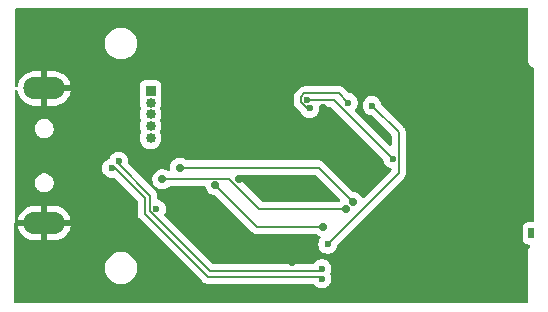
<source format=gbr>
%TF.GenerationSoftware,KiCad,Pcbnew,9.0.7*%
%TF.CreationDate,2026-02-16T22:31:36-05:00*%
%TF.ProjectId,Primis_Versipellis,5072696d-6973-45f5-9665-72736970656c,rev?*%
%TF.SameCoordinates,Original*%
%TF.FileFunction,Copper,L2,Bot*%
%TF.FilePolarity,Positive*%
%FSLAX46Y46*%
G04 Gerber Fmt 4.6, Leading zero omitted, Abs format (unit mm)*
G04 Created by KiCad (PCBNEW 9.0.7) date 2026-02-16 22:31:36*
%MOMM*%
%LPD*%
G01*
G04 APERTURE LIST*
%TA.AperFunction,HeatsinkPad*%
%ADD10O,3.500000X1.900000*%
%TD*%
%TA.AperFunction,ComponentPad*%
%ADD11R,0.850000X0.850000*%
%TD*%
%TA.AperFunction,ComponentPad*%
%ADD12C,0.850000*%
%TD*%
%TA.AperFunction,ComponentPad*%
%ADD13R,0.500000X0.900000*%
%TD*%
%TA.AperFunction,ViaPad*%
%ADD14C,0.700000*%
%TD*%
%TA.AperFunction,ViaPad*%
%ADD15C,0.600000*%
%TD*%
%TA.AperFunction,Conductor*%
%ADD16C,0.200000*%
%TD*%
G04 APERTURE END LIST*
D10*
%TO.P,J2,5,Shield*%
%TO.N,GND*%
X127500000Y-75200000D03*
X127500000Y-63800000D03*
%TD*%
D11*
%TO.P,J3,1,Pin_1*%
%TO.N,VDD_nRF*%
X136500000Y-64000000D03*
D12*
%TO.P,J3,2,Pin_2*%
%TO.N,GND*%
X136500000Y-65000000D03*
%TO.P,J3,3,Pin_3*%
%TO.N,Net-(J3-Pin_3)*%
X136500000Y-66000000D03*
%TO.P,J3,4,Pin_4*%
%TO.N,Net-(J3-Pin_4)*%
X136500000Y-67000000D03*
%TO.P,J3,5,Pin_5*%
%TO.N,Net-(J3-Pin_5)*%
X136500000Y-68000000D03*
%TD*%
D13*
%TO.P,REF\u002A\u002A,2*%
%TO.N,N/C*%
X168750000Y-76050000D03*
%TD*%
D14*
%TO.N,GND*%
X163000000Y-66500000D03*
X153000000Y-78000000D03*
D15*
X165500000Y-75000000D03*
D14*
X148500000Y-62000000D03*
D15*
X163500000Y-72000000D03*
D14*
X138500000Y-65000000D03*
X144000000Y-69500000D03*
D15*
X167750000Y-73000000D03*
D14*
X132500000Y-66000000D03*
X156000000Y-62500000D03*
D15*
X167000000Y-75000000D03*
D14*
X148500000Y-78500000D03*
X156128763Y-71070000D03*
D15*
X158000000Y-72000000D03*
D14*
X129500000Y-61500000D03*
X151070000Y-65500000D03*
D15*
X167750000Y-75000000D03*
X147500000Y-58750000D03*
D14*
X129500000Y-77500000D03*
X144000000Y-62500000D03*
X144000000Y-71500000D03*
X163000000Y-68500000D03*
X152000000Y-58500000D03*
D15*
X167000000Y-73000000D03*
D14*
X159000000Y-60500000D03*
D15*
X165500000Y-73000000D03*
D14*
X163000000Y-70500000D03*
D15*
X166250000Y-75000000D03*
X166250000Y-73000000D03*
%TO.N,VDD_nRF*%
X155250000Y-65250000D03*
X151500000Y-77000000D03*
X153250000Y-65000000D03*
X149980000Y-65500000D03*
%TO.N,DEC4_6*%
X149750000Y-64750000D03*
X157000000Y-69750000D03*
D14*
%TO.N,Net-(J3-Pin_4)*%
X153604674Y-73378286D03*
X139000000Y-70500000D03*
D15*
%TO.N,VBUS*%
X137000000Y-74000000D03*
D14*
%TO.N,Net-(J3-Pin_5)*%
X137500000Y-71500000D03*
X153070000Y-74000000D03*
%TO.N,Net-(J3-Pin_3)*%
X142000000Y-72000000D03*
X151096979Y-75500000D03*
D15*
%TO.N,D+*%
X151000000Y-79075000D03*
X133800521Y-69949479D03*
%TO.N,D-*%
X151000000Y-79925000D03*
X133199479Y-70550521D03*
%TD*%
D16*
%TO.N,VDD_nRF*%
X152479000Y-64229000D02*
X153250000Y-65000000D01*
X157521000Y-70979000D02*
X151500000Y-77000000D01*
X149980000Y-65500000D02*
X149763194Y-65500000D01*
X149229000Y-64965806D02*
X149229000Y-64534194D01*
X155250000Y-65250000D02*
X157521000Y-67521000D01*
X149229000Y-64534194D02*
X149534194Y-64229000D01*
X157521000Y-67521000D02*
X157521000Y-70979000D01*
X149763194Y-65500000D02*
X149229000Y-64965806D01*
X149534194Y-64229000D02*
X152479000Y-64229000D01*
%TO.N,DEC4_6*%
X152000000Y-64750000D02*
X149750000Y-64750000D01*
X157000000Y-69750000D02*
X152000000Y-64750000D01*
%TO.N,Net-(J3-Pin_4)*%
X150726388Y-70500000D02*
X153604674Y-73378286D01*
X139000000Y-70500000D02*
X150726388Y-70500000D01*
%TO.N,VBUS*%
X136929000Y-73929000D02*
X137000000Y-74000000D01*
%TO.N,Net-(J3-Pin_5)*%
X145692484Y-74000000D02*
X153070000Y-74000000D01*
X137571000Y-71429000D02*
X143121484Y-71429000D01*
X137500000Y-71500000D02*
X137571000Y-71429000D01*
X143121484Y-71429000D02*
X145692484Y-74000000D01*
%TO.N,Net-(J3-Pin_3)*%
X142000000Y-72000000D02*
X145500000Y-75500000D01*
X145500000Y-75500000D02*
X151096979Y-75500000D01*
%TO.N,D+*%
X150800001Y-79274999D02*
X151000000Y-79075000D01*
X141538193Y-79274999D02*
X150800001Y-79274999D01*
X136479000Y-74215806D02*
X141538193Y-79274999D01*
X133800521Y-70232322D02*
X136479000Y-72910801D01*
X136479000Y-72910801D02*
X136479000Y-74215806D01*
X133800521Y-69949479D02*
X133800521Y-70232322D01*
%TO.N,D-*%
X150800001Y-79725001D02*
X151000000Y-79925000D01*
X133199479Y-70550521D02*
X133482322Y-70550521D01*
X136029020Y-73097219D02*
X136029020Y-74402194D01*
X136029020Y-74402194D02*
X141351827Y-79725001D01*
X141351827Y-79725001D02*
X150800001Y-79725001D01*
X133482322Y-70550521D02*
X136029020Y-73097219D01*
%TD*%
%TA.AperFunction,Conductor*%
%TO.N,GND*%
G36*
X150493330Y-71120185D02*
G01*
X150513972Y-71136819D01*
X152534733Y-73157580D01*
X152568218Y-73218903D01*
X152563234Y-73288595D01*
X152530916Y-73333837D01*
X152532145Y-73335066D01*
X152504030Y-73363181D01*
X152442707Y-73396666D01*
X152416349Y-73399500D01*
X145992581Y-73399500D01*
X145925542Y-73379815D01*
X145904900Y-73363181D01*
X143853900Y-71312181D01*
X143820415Y-71250858D01*
X143825399Y-71181166D01*
X143867271Y-71125233D01*
X143932735Y-71100816D01*
X143941581Y-71100500D01*
X150426291Y-71100500D01*
X150493330Y-71120185D01*
G37*
%TD.AperFunction*%
%TA.AperFunction,Conductor*%
G36*
X168442539Y-57020185D02*
G01*
X168488294Y-57072989D01*
X168499500Y-57124500D01*
X168499500Y-61565891D01*
X168533608Y-61693187D01*
X168566554Y-61750250D01*
X168599500Y-61807314D01*
X168692686Y-61900500D01*
X168806814Y-61966392D01*
X168908095Y-61993529D01*
X168967753Y-62029892D01*
X168998283Y-62092739D01*
X169000000Y-62113303D01*
X169000000Y-74975500D01*
X168980315Y-75042539D01*
X168927511Y-75088294D01*
X168876000Y-75099500D01*
X168452129Y-75099500D01*
X168452123Y-75099501D01*
X168392516Y-75105908D01*
X168257671Y-75156202D01*
X168257664Y-75156206D01*
X168142455Y-75242452D01*
X168142452Y-75242455D01*
X168056206Y-75357664D01*
X168056202Y-75357671D01*
X168005908Y-75492517D01*
X167999501Y-75552116D01*
X167999500Y-75552135D01*
X167999500Y-76547870D01*
X167999501Y-76547876D01*
X168005908Y-76607483D01*
X168056202Y-76742328D01*
X168056206Y-76742335D01*
X168142452Y-76857544D01*
X168142455Y-76857547D01*
X168257664Y-76943793D01*
X168257671Y-76943797D01*
X168302618Y-76960561D01*
X168392517Y-76994091D01*
X168452127Y-77000500D01*
X168495684Y-77000499D01*
X168562721Y-77020182D01*
X168608477Y-77072985D01*
X168618422Y-77142143D01*
X168603071Y-77186499D01*
X168533609Y-77306810D01*
X168533609Y-77306811D01*
X168533608Y-77306813D01*
X168533608Y-77306814D01*
X168499500Y-77434108D01*
X168499500Y-81875500D01*
X168479815Y-81942539D01*
X168427011Y-81988294D01*
X168375500Y-81999500D01*
X125086424Y-81999500D01*
X125019385Y-81979815D01*
X124973630Y-81927011D01*
X124962425Y-81875118D01*
X124971599Y-78893713D01*
X132649500Y-78893713D01*
X132649500Y-79106286D01*
X132681527Y-79308501D01*
X132682754Y-79316243D01*
X132727572Y-79454179D01*
X132748444Y-79518414D01*
X132844951Y-79707820D01*
X132969890Y-79879786D01*
X133120213Y-80030109D01*
X133292179Y-80155048D01*
X133292181Y-80155049D01*
X133292184Y-80155051D01*
X133481588Y-80251557D01*
X133683757Y-80317246D01*
X133893713Y-80350500D01*
X133893714Y-80350500D01*
X134106286Y-80350500D01*
X134106287Y-80350500D01*
X134316243Y-80317246D01*
X134518412Y-80251557D01*
X134707816Y-80155051D01*
X134798212Y-80089375D01*
X134879786Y-80030109D01*
X134879788Y-80030106D01*
X134879792Y-80030104D01*
X135030104Y-79879792D01*
X135030106Y-79879788D01*
X135030109Y-79879786D01*
X135155048Y-79707820D01*
X135155047Y-79707820D01*
X135155051Y-79707816D01*
X135251557Y-79518412D01*
X135317246Y-79316243D01*
X135350500Y-79106287D01*
X135350500Y-78893713D01*
X135317246Y-78683757D01*
X135251557Y-78481588D01*
X135155051Y-78292184D01*
X135155049Y-78292181D01*
X135155048Y-78292179D01*
X135030109Y-78120213D01*
X134879786Y-77969890D01*
X134707820Y-77844951D01*
X134518414Y-77748444D01*
X134518413Y-77748443D01*
X134518412Y-77748443D01*
X134316243Y-77682754D01*
X134316241Y-77682753D01*
X134316240Y-77682753D01*
X134154957Y-77657208D01*
X134106287Y-77649500D01*
X133893713Y-77649500D01*
X133845042Y-77657208D01*
X133683760Y-77682753D01*
X133481585Y-77748444D01*
X133292179Y-77844951D01*
X133120213Y-77969890D01*
X132969890Y-78120213D01*
X132844951Y-78292179D01*
X132748444Y-78481585D01*
X132682753Y-78683760D01*
X132649500Y-78893713D01*
X124971599Y-78893713D01*
X124971615Y-78888459D01*
X124982310Y-75412555D01*
X124982310Y-75412554D01*
X124983620Y-74986682D01*
X124983620Y-74986681D01*
X124983733Y-74950000D01*
X125271522Y-74950000D01*
X126324722Y-74950000D01*
X126280667Y-75026306D01*
X126250000Y-75140756D01*
X126250000Y-75259244D01*
X126280667Y-75373694D01*
X126324722Y-75450000D01*
X125271522Y-75450000D01*
X125285704Y-75539544D01*
X125356230Y-75756604D01*
X125459849Y-75959966D01*
X125594004Y-76144614D01*
X125755385Y-76305995D01*
X125940033Y-76440150D01*
X126143395Y-76543769D01*
X126360455Y-76614295D01*
X126585884Y-76650000D01*
X127250000Y-76650000D01*
X127250000Y-75650000D01*
X127750000Y-75650000D01*
X127750000Y-76650000D01*
X128414116Y-76650000D01*
X128639544Y-76614295D01*
X128856604Y-76543769D01*
X129059966Y-76440150D01*
X129244614Y-76305995D01*
X129405995Y-76144614D01*
X129540150Y-75959966D01*
X129643769Y-75756604D01*
X129714295Y-75539544D01*
X129728478Y-75450000D01*
X128675278Y-75450000D01*
X128719333Y-75373694D01*
X128750000Y-75259244D01*
X128750000Y-75140756D01*
X128719333Y-75026306D01*
X128675278Y-74950000D01*
X129728478Y-74950000D01*
X129714295Y-74860455D01*
X129643769Y-74643395D01*
X129540150Y-74440033D01*
X129405995Y-74255385D01*
X129244614Y-74094004D01*
X129059966Y-73959849D01*
X128856604Y-73856230D01*
X128639544Y-73785704D01*
X128414116Y-73750000D01*
X127750000Y-73750000D01*
X127750000Y-74750000D01*
X127250000Y-74750000D01*
X127250000Y-73750000D01*
X126585884Y-73750000D01*
X126360455Y-73785704D01*
X126143395Y-73856230D01*
X125940033Y-73959849D01*
X125755385Y-74094004D01*
X125594004Y-74255385D01*
X125459849Y-74440033D01*
X125356230Y-74643395D01*
X125285704Y-74860455D01*
X125271522Y-74950000D01*
X124983733Y-74950000D01*
X124987425Y-73750000D01*
X124993667Y-71721153D01*
X126699500Y-71721153D01*
X126699500Y-71878846D01*
X126730261Y-72033489D01*
X126730264Y-72033501D01*
X126790602Y-72179172D01*
X126790609Y-72179185D01*
X126878210Y-72310288D01*
X126878213Y-72310292D01*
X126989707Y-72421786D01*
X126989711Y-72421789D01*
X127120814Y-72509390D01*
X127120827Y-72509397D01*
X127244125Y-72560468D01*
X127266503Y-72569737D01*
X127421153Y-72600499D01*
X127421156Y-72600500D01*
X127421158Y-72600500D01*
X127578844Y-72600500D01*
X127578845Y-72600499D01*
X127733497Y-72569737D01*
X127879179Y-72509394D01*
X128010289Y-72421789D01*
X128121789Y-72310289D01*
X128209394Y-72179179D01*
X128269737Y-72033497D01*
X128300500Y-71878842D01*
X128300500Y-71721158D01*
X128300500Y-71721155D01*
X128300499Y-71721153D01*
X128299212Y-71714684D01*
X128269737Y-71566503D01*
X128269735Y-71566498D01*
X128209397Y-71420827D01*
X128209390Y-71420814D01*
X128121789Y-71289711D01*
X128121786Y-71289707D01*
X128010292Y-71178213D01*
X128010288Y-71178210D01*
X127879185Y-71090609D01*
X127879172Y-71090602D01*
X127733501Y-71030264D01*
X127733489Y-71030261D01*
X127578845Y-70999500D01*
X127578842Y-70999500D01*
X127421158Y-70999500D01*
X127421155Y-70999500D01*
X127266510Y-71030261D01*
X127266498Y-71030264D01*
X127120827Y-71090602D01*
X127120814Y-71090609D01*
X126989711Y-71178210D01*
X126989707Y-71178213D01*
X126878213Y-71289707D01*
X126878210Y-71289711D01*
X126790609Y-71420814D01*
X126790602Y-71420827D01*
X126730264Y-71566498D01*
X126730261Y-71566510D01*
X126699500Y-71721153D01*
X124993667Y-71721153D01*
X124997512Y-70471674D01*
X132398979Y-70471674D01*
X132398979Y-70629367D01*
X132429740Y-70784010D01*
X132429743Y-70784022D01*
X132490081Y-70929693D01*
X132490088Y-70929706D01*
X132577689Y-71060809D01*
X132577692Y-71060813D01*
X132689186Y-71172307D01*
X132689190Y-71172310D01*
X132820293Y-71259911D01*
X132820306Y-71259918D01*
X132892234Y-71289711D01*
X132965982Y-71320258D01*
X133087442Y-71344418D01*
X133120632Y-71351020D01*
X133120635Y-71351021D01*
X133120637Y-71351021D01*
X133278322Y-71351021D01*
X133317944Y-71343139D01*
X133342819Y-71338191D01*
X133412411Y-71344418D01*
X133454693Y-71372127D01*
X135392201Y-73309635D01*
X135425686Y-73370958D01*
X135428520Y-73397316D01*
X135428520Y-74315524D01*
X135428519Y-74315542D01*
X135428519Y-74481248D01*
X135428518Y-74481248D01*
X135469443Y-74633980D01*
X135473301Y-74640661D01*
X135478978Y-74650493D01*
X135478980Y-74650502D01*
X135478983Y-74650501D01*
X135548499Y-74770908D01*
X135548501Y-74770911D01*
X135667369Y-74889779D01*
X135667375Y-74889784D01*
X140866966Y-80089375D01*
X140866976Y-80089386D01*
X140871306Y-80093716D01*
X140871307Y-80093717D01*
X140983111Y-80205521D01*
X141062846Y-80251555D01*
X141069922Y-80255640D01*
X141069924Y-80255642D01*
X141107978Y-80277612D01*
X141120042Y-80284578D01*
X141272770Y-80325502D01*
X141272773Y-80325502D01*
X141438480Y-80325502D01*
X141438496Y-80325501D01*
X150238574Y-80325501D01*
X150305613Y-80345186D01*
X150341675Y-80380609D01*
X150366042Y-80417076D01*
X150378212Y-80435291D01*
X150489707Y-80546786D01*
X150489711Y-80546789D01*
X150620814Y-80634390D01*
X150620827Y-80634397D01*
X150766498Y-80694735D01*
X150766503Y-80694737D01*
X150921153Y-80725499D01*
X150921156Y-80725500D01*
X150921158Y-80725500D01*
X151078844Y-80725500D01*
X151078845Y-80725499D01*
X151233497Y-80694737D01*
X151379179Y-80634394D01*
X151510289Y-80546789D01*
X151621789Y-80435289D01*
X151709394Y-80304179D01*
X151769737Y-80158497D01*
X151800500Y-80003842D01*
X151800500Y-79846158D01*
X151800500Y-79846155D01*
X151800499Y-79846153D01*
X151769737Y-79691503D01*
X151710070Y-79547452D01*
X151702601Y-79477983D01*
X151710070Y-79452548D01*
X151743005Y-79373033D01*
X151769737Y-79308497D01*
X151800500Y-79153842D01*
X151800500Y-78996158D01*
X151800500Y-78996155D01*
X151800499Y-78996153D01*
X151769738Y-78841510D01*
X151769737Y-78841503D01*
X151769735Y-78841498D01*
X151709397Y-78695827D01*
X151709390Y-78695814D01*
X151621789Y-78564711D01*
X151621786Y-78564707D01*
X151510292Y-78453213D01*
X151510288Y-78453210D01*
X151379185Y-78365609D01*
X151379172Y-78365602D01*
X151233501Y-78305264D01*
X151233489Y-78305261D01*
X151078845Y-78274500D01*
X151078842Y-78274500D01*
X150921158Y-78274500D01*
X150921155Y-78274500D01*
X150766510Y-78305261D01*
X150766498Y-78305264D01*
X150620827Y-78365602D01*
X150620814Y-78365609D01*
X150489711Y-78453210D01*
X150489707Y-78453213D01*
X150378212Y-78564708D01*
X150356339Y-78597443D01*
X150341675Y-78619390D01*
X150288065Y-78664194D01*
X150238574Y-78674499D01*
X141838290Y-78674499D01*
X141771251Y-78654814D01*
X141750609Y-78638180D01*
X137694119Y-74581690D01*
X137660634Y-74520367D01*
X137665618Y-74450675D01*
X137678699Y-74425117D01*
X137709389Y-74379186D01*
X137709394Y-74379179D01*
X137769737Y-74233497D01*
X137800500Y-74078842D01*
X137800500Y-73921158D01*
X137800500Y-73921155D01*
X137800499Y-73921153D01*
X137769738Y-73766510D01*
X137769737Y-73766503D01*
X137762901Y-73750000D01*
X137709397Y-73620827D01*
X137709390Y-73620814D01*
X137621789Y-73489711D01*
X137621786Y-73489707D01*
X137510292Y-73378213D01*
X137510288Y-73378210D01*
X137379185Y-73290609D01*
X137379172Y-73290602D01*
X137233501Y-73230264D01*
X137233492Y-73230261D01*
X137179307Y-73219483D01*
X137117397Y-73187097D01*
X137082823Y-73126381D01*
X137079500Y-73097866D01*
X137079500Y-72831746D01*
X137079500Y-72831744D01*
X137038577Y-72679017D01*
X136993245Y-72600499D01*
X136959524Y-72542091D01*
X136959521Y-72542087D01*
X136959520Y-72542085D01*
X136847716Y-72430281D01*
X136847715Y-72430280D01*
X136843385Y-72425950D01*
X136843374Y-72425940D01*
X135833662Y-71416228D01*
X136649500Y-71416228D01*
X136649500Y-71583771D01*
X136682182Y-71748074D01*
X136682184Y-71748082D01*
X136746295Y-71902860D01*
X136839373Y-72042162D01*
X136957837Y-72160626D01*
X136985604Y-72179179D01*
X137097137Y-72253703D01*
X137251918Y-72317816D01*
X137416228Y-72350499D01*
X137416232Y-72350500D01*
X137416233Y-72350500D01*
X137583768Y-72350500D01*
X137583769Y-72350499D01*
X137748082Y-72317816D01*
X137902863Y-72253703D01*
X138042162Y-72160626D01*
X138136970Y-72065817D01*
X138198291Y-72032334D01*
X138224650Y-72029500D01*
X141036941Y-72029500D01*
X141103980Y-72049185D01*
X141149735Y-72101989D01*
X141158558Y-72129309D01*
X141182182Y-72248074D01*
X141182184Y-72248082D01*
X141246295Y-72402860D01*
X141339373Y-72542162D01*
X141457837Y-72660626D01*
X141543195Y-72717660D01*
X141597137Y-72753703D01*
X141751918Y-72817816D01*
X141916228Y-72850499D01*
X141916232Y-72850500D01*
X141916233Y-72850500D01*
X141949903Y-72850500D01*
X142016942Y-72870185D01*
X142037584Y-72886819D01*
X145015139Y-75864374D01*
X145015149Y-75864385D01*
X145019479Y-75868715D01*
X145019480Y-75868716D01*
X145131284Y-75980520D01*
X145131286Y-75980521D01*
X145131290Y-75980524D01*
X145268209Y-76059573D01*
X145268216Y-76059577D01*
X145380019Y-76089534D01*
X145420942Y-76100500D01*
X145420943Y-76100500D01*
X150443328Y-76100500D01*
X150510367Y-76120185D01*
X150531009Y-76136819D01*
X150554816Y-76160626D01*
X150647473Y-76222537D01*
X150694116Y-76253703D01*
X150694117Y-76253703D01*
X150694118Y-76253704D01*
X150694120Y-76253705D01*
X150759055Y-76280602D01*
X150822221Y-76306766D01*
X150876625Y-76350607D01*
X150898690Y-76416901D01*
X150881411Y-76484600D01*
X150877871Y-76490217D01*
X150790612Y-76620809D01*
X150790602Y-76620827D01*
X150730264Y-76766498D01*
X150730261Y-76766510D01*
X150699500Y-76921153D01*
X150699500Y-77078846D01*
X150730261Y-77233489D01*
X150730264Y-77233501D01*
X150790602Y-77379172D01*
X150790609Y-77379185D01*
X150878210Y-77510288D01*
X150878213Y-77510292D01*
X150989707Y-77621786D01*
X150989711Y-77621789D01*
X151120814Y-77709390D01*
X151120827Y-77709397D01*
X151266498Y-77769735D01*
X151266503Y-77769737D01*
X151421153Y-77800499D01*
X151421156Y-77800500D01*
X151421158Y-77800500D01*
X151578844Y-77800500D01*
X151578845Y-77800499D01*
X151733497Y-77769737D01*
X151879179Y-77709394D01*
X152010289Y-77621789D01*
X152121789Y-77510289D01*
X152209394Y-77379179D01*
X152269737Y-77233497D01*
X152296391Y-77099500D01*
X152300638Y-77078150D01*
X152333023Y-77016239D01*
X152334518Y-77014716D01*
X157879506Y-71469727D01*
X157879511Y-71469724D01*
X157889714Y-71459520D01*
X157889716Y-71459520D01*
X158001520Y-71347716D01*
X158055798Y-71253703D01*
X158080577Y-71210785D01*
X158121501Y-71058057D01*
X158121501Y-70899943D01*
X158121501Y-70892348D01*
X158121500Y-70892330D01*
X158121500Y-67610059D01*
X158121501Y-67610046D01*
X158121501Y-67441945D01*
X158121501Y-67441943D01*
X158080577Y-67289215D01*
X158017425Y-67179833D01*
X158001520Y-67152284D01*
X157889716Y-67040480D01*
X157889713Y-67040478D01*
X156084574Y-65235339D01*
X156051089Y-65174016D01*
X156050638Y-65171849D01*
X156025378Y-65044863D01*
X156019737Y-65016503D01*
X156019735Y-65016498D01*
X155959397Y-64870827D01*
X155959390Y-64870814D01*
X155871789Y-64739711D01*
X155871786Y-64739707D01*
X155760292Y-64628213D01*
X155760288Y-64628210D01*
X155629185Y-64540609D01*
X155629172Y-64540602D01*
X155483501Y-64480264D01*
X155483489Y-64480261D01*
X155328845Y-64449500D01*
X155328842Y-64449500D01*
X155171158Y-64449500D01*
X155171155Y-64449500D01*
X155016510Y-64480261D01*
X155016498Y-64480264D01*
X154870827Y-64540602D01*
X154870814Y-64540609D01*
X154739711Y-64628210D01*
X154739707Y-64628213D01*
X154628213Y-64739707D01*
X154628210Y-64739711D01*
X154540609Y-64870814D01*
X154540602Y-64870827D01*
X154480264Y-65016498D01*
X154480261Y-65016510D01*
X154449500Y-65171153D01*
X154449500Y-65328846D01*
X154480261Y-65483489D01*
X154480264Y-65483501D01*
X154540602Y-65629172D01*
X154540609Y-65629185D01*
X154628210Y-65760288D01*
X154628213Y-65760292D01*
X154739707Y-65871786D01*
X154739711Y-65871789D01*
X154870814Y-65959390D01*
X154870827Y-65959397D01*
X155016498Y-66019735D01*
X155016503Y-66019737D01*
X155081147Y-66032595D01*
X155171849Y-66050638D01*
X155233760Y-66083023D01*
X155235339Y-66084574D01*
X156884181Y-67733416D01*
X156917666Y-67794739D01*
X156920500Y-67821097D01*
X156920500Y-68521903D01*
X156900815Y-68588942D01*
X156848011Y-68634697D01*
X156778853Y-68644641D01*
X156715297Y-68615616D01*
X156708819Y-68609584D01*
X153828337Y-65729102D01*
X153794852Y-65667779D01*
X153799836Y-65598087D01*
X153828337Y-65553740D01*
X153871789Y-65510289D01*
X153959394Y-65379179D01*
X153966632Y-65361706D01*
X154019735Y-65233501D01*
X154019737Y-65233497D01*
X154050500Y-65078842D01*
X154050500Y-64921158D01*
X154050500Y-64921155D01*
X154050499Y-64921153D01*
X154050089Y-64919091D01*
X154019737Y-64766503D01*
X154010670Y-64744614D01*
X153959397Y-64620827D01*
X153959390Y-64620814D01*
X153871789Y-64489711D01*
X153871786Y-64489707D01*
X153760292Y-64378213D01*
X153760288Y-64378210D01*
X153629185Y-64290609D01*
X153629172Y-64290602D01*
X153483501Y-64230264D01*
X153483489Y-64230261D01*
X153328151Y-64199362D01*
X153266240Y-64166977D01*
X153264711Y-64165475D01*
X152966589Y-63867354D01*
X152966588Y-63867352D01*
X152847717Y-63748481D01*
X152847716Y-63748480D01*
X152760904Y-63698360D01*
X152760904Y-63698359D01*
X152760900Y-63698358D01*
X152710785Y-63669423D01*
X152558057Y-63628499D01*
X152399943Y-63628499D01*
X152392347Y-63628499D01*
X152392331Y-63628500D01*
X149455134Y-63628500D01*
X149414213Y-63639464D01*
X149414213Y-63639465D01*
X149376945Y-63649451D01*
X149302408Y-63669423D01*
X149302403Y-63669426D01*
X149165484Y-63748475D01*
X149165476Y-63748481D01*
X148748480Y-64165477D01*
X148737140Y-64185119D01*
X148728838Y-64199500D01*
X148699682Y-64250000D01*
X148676238Y-64290606D01*
X148669423Y-64302409D01*
X148628499Y-64455137D01*
X148628499Y-64455139D01*
X148628499Y-64623240D01*
X148628500Y-64623253D01*
X148628500Y-64879136D01*
X148628499Y-64879154D01*
X148628499Y-65044860D01*
X148628498Y-65044860D01*
X148664664Y-65179833D01*
X148669423Y-65197591D01*
X148688435Y-65230520D01*
X148699682Y-65250000D01*
X148748479Y-65334520D01*
X148748481Y-65334523D01*
X148867349Y-65453391D01*
X148867355Y-65453396D01*
X149237231Y-65823272D01*
X149264110Y-65863499D01*
X149270602Y-65879172D01*
X149270607Y-65879181D01*
X149358207Y-66010284D01*
X149358213Y-66010292D01*
X149469707Y-66121786D01*
X149469711Y-66121789D01*
X149600814Y-66209390D01*
X149600827Y-66209397D01*
X149746498Y-66269735D01*
X149746503Y-66269737D01*
X149901153Y-66300499D01*
X149901156Y-66300500D01*
X149901158Y-66300500D01*
X150058844Y-66300500D01*
X150058845Y-66300499D01*
X150213497Y-66269737D01*
X150359179Y-66209394D01*
X150490289Y-66121789D01*
X150601789Y-66010289D01*
X150689394Y-65879179D01*
X150749737Y-65733497D01*
X150780500Y-65578842D01*
X150780500Y-65474500D01*
X150800185Y-65407461D01*
X150852989Y-65361706D01*
X150904500Y-65350500D01*
X151699903Y-65350500D01*
X151766942Y-65370185D01*
X151787584Y-65386819D01*
X156165425Y-69764660D01*
X156198910Y-69825983D01*
X156199361Y-69828149D01*
X156230261Y-69983491D01*
X156230264Y-69983501D01*
X156290602Y-70129172D01*
X156290609Y-70129185D01*
X156378210Y-70260288D01*
X156378213Y-70260292D01*
X156489707Y-70371786D01*
X156489711Y-70371789D01*
X156620814Y-70459390D01*
X156620827Y-70459397D01*
X156766498Y-70519735D01*
X156766503Y-70519737D01*
X156797029Y-70525809D01*
X156820691Y-70530516D01*
X156848821Y-70545230D01*
X156877703Y-70558420D01*
X156879559Y-70561308D01*
X156882602Y-70562900D01*
X156898311Y-70590487D01*
X156915477Y-70617198D01*
X156916137Y-70621792D01*
X156917176Y-70623616D01*
X156920500Y-70652133D01*
X156920500Y-70678902D01*
X156900815Y-70745941D01*
X156884181Y-70766583D01*
X154582437Y-73068326D01*
X154521114Y-73101811D01*
X154451422Y-73096827D01*
X154395489Y-73054955D01*
X154380197Y-73028102D01*
X154358377Y-72975423D01*
X154265300Y-72836123D01*
X154146836Y-72717659D01*
X154007534Y-72624581D01*
X153852756Y-72560470D01*
X153852748Y-72560468D01*
X153688445Y-72527786D01*
X153688441Y-72527786D01*
X153654771Y-72527786D01*
X153587732Y-72508101D01*
X153567090Y-72491467D01*
X151213978Y-70138355D01*
X151213976Y-70138352D01*
X151095105Y-70019481D01*
X151095104Y-70019480D01*
X150988336Y-69957838D01*
X150988335Y-69957837D01*
X150958171Y-69940422D01*
X150902269Y-69925443D01*
X150805445Y-69899499D01*
X150647331Y-69899499D01*
X150639735Y-69899499D01*
X150639719Y-69899500D01*
X139653651Y-69899500D01*
X139586612Y-69879815D01*
X139565970Y-69863181D01*
X139542162Y-69839373D01*
X139402860Y-69746295D01*
X139248082Y-69682184D01*
X139248074Y-69682182D01*
X139083771Y-69649500D01*
X139083767Y-69649500D01*
X138916233Y-69649500D01*
X138916228Y-69649500D01*
X138751925Y-69682182D01*
X138751917Y-69682184D01*
X138597139Y-69746295D01*
X138457837Y-69839373D01*
X138339373Y-69957837D01*
X138246295Y-70097139D01*
X138182184Y-70251917D01*
X138182182Y-70251925D01*
X138149500Y-70416228D01*
X138149500Y-70583771D01*
X138166186Y-70667657D01*
X138159959Y-70737249D01*
X138117095Y-70792426D01*
X138051206Y-70815670D01*
X137983209Y-70799602D01*
X137975679Y-70794951D01*
X137933223Y-70766583D01*
X137902863Y-70746297D01*
X137902860Y-70746295D01*
X137902859Y-70746295D01*
X137748082Y-70682184D01*
X137748074Y-70682182D01*
X137583771Y-70649500D01*
X137583767Y-70649500D01*
X137416233Y-70649500D01*
X137416228Y-70649500D01*
X137251925Y-70682182D01*
X137251917Y-70682184D01*
X137097139Y-70746295D01*
X136957837Y-70839373D01*
X136839373Y-70957837D01*
X136746295Y-71097139D01*
X136682184Y-71251917D01*
X136682182Y-71251925D01*
X136649500Y-71416228D01*
X135833662Y-71416228D01*
X134622127Y-70204693D01*
X134588642Y-70143370D01*
X134588191Y-70092819D01*
X134601021Y-70028322D01*
X134601021Y-69870634D01*
X134601020Y-69870632D01*
X134592707Y-69828842D01*
X134570258Y-69715982D01*
X134556258Y-69682182D01*
X134509918Y-69570306D01*
X134509911Y-69570293D01*
X134422310Y-69439190D01*
X134422307Y-69439186D01*
X134310813Y-69327692D01*
X134310809Y-69327689D01*
X134179706Y-69240088D01*
X134179693Y-69240081D01*
X134034022Y-69179743D01*
X134034010Y-69179740D01*
X133879366Y-69148979D01*
X133879363Y-69148979D01*
X133721679Y-69148979D01*
X133721676Y-69148979D01*
X133567031Y-69179740D01*
X133567019Y-69179743D01*
X133421348Y-69240081D01*
X133421335Y-69240088D01*
X133290232Y-69327689D01*
X133290228Y-69327692D01*
X133178734Y-69439186D01*
X133178731Y-69439190D01*
X133091130Y-69570293D01*
X133091125Y-69570302D01*
X133031459Y-69714351D01*
X132987618Y-69768754D01*
X132964351Y-69781459D01*
X132820302Y-69841125D01*
X132820293Y-69841130D01*
X132689190Y-69928731D01*
X132689186Y-69928734D01*
X132577692Y-70040228D01*
X132577689Y-70040232D01*
X132490088Y-70171335D01*
X132490081Y-70171348D01*
X132429743Y-70317019D01*
X132429740Y-70317031D01*
X132398979Y-70471674D01*
X124997512Y-70471674D01*
X125007821Y-67121153D01*
X126699500Y-67121153D01*
X126699500Y-67278846D01*
X126730261Y-67433489D01*
X126730264Y-67433501D01*
X126790602Y-67579172D01*
X126790609Y-67579185D01*
X126878210Y-67710288D01*
X126878213Y-67710292D01*
X126989707Y-67821786D01*
X126989711Y-67821789D01*
X127120814Y-67909390D01*
X127120827Y-67909397D01*
X127266498Y-67969735D01*
X127266503Y-67969737D01*
X127421153Y-68000499D01*
X127421156Y-68000500D01*
X127421158Y-68000500D01*
X127578844Y-68000500D01*
X127578845Y-68000499D01*
X127733497Y-67969737D01*
X127879179Y-67909394D01*
X128010289Y-67821789D01*
X128121789Y-67710289D01*
X128209394Y-67579179D01*
X128269737Y-67433497D01*
X128300500Y-67278842D01*
X128300500Y-67121158D01*
X128300500Y-67121155D01*
X128300499Y-67121153D01*
X128284452Y-67040480D01*
X128269737Y-66966503D01*
X128245854Y-66908843D01*
X128209397Y-66820827D01*
X128209390Y-66820814D01*
X128121789Y-66689711D01*
X128121786Y-66689707D01*
X128010292Y-66578213D01*
X128010288Y-66578210D01*
X127879185Y-66490609D01*
X127879172Y-66490602D01*
X127733501Y-66430264D01*
X127733489Y-66430261D01*
X127578845Y-66399500D01*
X127578842Y-66399500D01*
X127421158Y-66399500D01*
X127421155Y-66399500D01*
X127266510Y-66430261D01*
X127266498Y-66430264D01*
X127120827Y-66490602D01*
X127120814Y-66490609D01*
X126989711Y-66578210D01*
X126989707Y-66578213D01*
X126878213Y-66689707D01*
X126878210Y-66689711D01*
X126790609Y-66820814D01*
X126790602Y-66820827D01*
X126730264Y-66966498D01*
X126730261Y-66966510D01*
X126699500Y-67121153D01*
X125007821Y-67121153D01*
X125010990Y-66091156D01*
X135574499Y-66091156D01*
X135610065Y-66269952D01*
X135610067Y-66269958D01*
X135679835Y-66438394D01*
X135681525Y-66441556D01*
X135681908Y-66443399D01*
X135682164Y-66444016D01*
X135682047Y-66444064D01*
X135695761Y-66509960D01*
X135681525Y-66558444D01*
X135679835Y-66561605D01*
X135610067Y-66730041D01*
X135610065Y-66730047D01*
X135574500Y-66908843D01*
X135574500Y-66908846D01*
X135574500Y-67091154D01*
X135574500Y-67091156D01*
X135574499Y-67091156D01*
X135610065Y-67269952D01*
X135610067Y-67269958D01*
X135679835Y-67438394D01*
X135681525Y-67441556D01*
X135681908Y-67443399D01*
X135682164Y-67444016D01*
X135682047Y-67444064D01*
X135695761Y-67509960D01*
X135681525Y-67558444D01*
X135679835Y-67561605D01*
X135610067Y-67730041D01*
X135610065Y-67730047D01*
X135574500Y-67908843D01*
X135574500Y-67908846D01*
X135574500Y-68091154D01*
X135574500Y-68091156D01*
X135574499Y-68091156D01*
X135610065Y-68269952D01*
X135610068Y-68269962D01*
X135679831Y-68438387D01*
X135679833Y-68438391D01*
X135781113Y-68589967D01*
X135781119Y-68589975D01*
X135910024Y-68718880D01*
X135910032Y-68718886D01*
X136061608Y-68820166D01*
X136061612Y-68820168D01*
X136230037Y-68889931D01*
X136230042Y-68889933D01*
X136230046Y-68889933D01*
X136230047Y-68889934D01*
X136408843Y-68925500D01*
X136408846Y-68925500D01*
X136591156Y-68925500D01*
X136711445Y-68901572D01*
X136769958Y-68889933D01*
X136882245Y-68843422D01*
X136938387Y-68820168D01*
X136938391Y-68820166D01*
X137013672Y-68769864D01*
X137089972Y-68718883D01*
X137218883Y-68589972D01*
X137320167Y-68438389D01*
X137389933Y-68269958D01*
X137425500Y-68091154D01*
X137425500Y-67908846D01*
X137425500Y-67908843D01*
X137389934Y-67730047D01*
X137389933Y-67730046D01*
X137389933Y-67730042D01*
X137340235Y-67610059D01*
X137320169Y-67561615D01*
X137318482Y-67558459D01*
X137318097Y-67556613D01*
X137317836Y-67555982D01*
X137317955Y-67555932D01*
X137304236Y-67490057D01*
X137318482Y-67441541D01*
X137320163Y-67438394D01*
X137320167Y-67438389D01*
X137389933Y-67269958D01*
X137419532Y-67121158D01*
X137425500Y-67091156D01*
X137425500Y-66908843D01*
X137389934Y-66730047D01*
X137389933Y-66730046D01*
X137389933Y-66730042D01*
X137389931Y-66730037D01*
X137320169Y-66561615D01*
X137318482Y-66558459D01*
X137318097Y-66556613D01*
X137317836Y-66555982D01*
X137317955Y-66555932D01*
X137304236Y-66490057D01*
X137318482Y-66441541D01*
X137320163Y-66438394D01*
X137320167Y-66438389D01*
X137389933Y-66269958D01*
X137401981Y-66209390D01*
X137425500Y-66091156D01*
X137425500Y-65908843D01*
X137389934Y-65730047D01*
X137389933Y-65730046D01*
X137389933Y-65730042D01*
X137348157Y-65629185D01*
X137320170Y-65561617D01*
X137318193Y-65557918D01*
X137303953Y-65489515D01*
X137318199Y-65441005D01*
X137319730Y-65438140D01*
X137389451Y-65269817D01*
X137389454Y-65269805D01*
X137424999Y-65091109D01*
X137425000Y-65091106D01*
X137425000Y-64908894D01*
X137424999Y-64908890D01*
X137389454Y-64730194D01*
X137389451Y-64730182D01*
X137384917Y-64719235D01*
X137377450Y-64649766D01*
X137383297Y-64628452D01*
X137389978Y-64610537D01*
X137419091Y-64532483D01*
X137425500Y-64472873D01*
X137425499Y-63527128D01*
X137419091Y-63467517D01*
X137408794Y-63439910D01*
X137368797Y-63332671D01*
X137368793Y-63332664D01*
X137282547Y-63217455D01*
X137282544Y-63217452D01*
X137167335Y-63131206D01*
X137167328Y-63131202D01*
X137032482Y-63080908D01*
X137032483Y-63080908D01*
X136972883Y-63074501D01*
X136972881Y-63074500D01*
X136972873Y-63074500D01*
X136972864Y-63074500D01*
X136027129Y-63074500D01*
X136027123Y-63074501D01*
X135967516Y-63080908D01*
X135832671Y-63131202D01*
X135832664Y-63131206D01*
X135717455Y-63217452D01*
X135717452Y-63217455D01*
X135631206Y-63332664D01*
X135631202Y-63332671D01*
X135580908Y-63467517D01*
X135574869Y-63523694D01*
X135574501Y-63527123D01*
X135574500Y-63527135D01*
X135574500Y-64472870D01*
X135574501Y-64472876D01*
X135580908Y-64532483D01*
X135616702Y-64628451D01*
X135621686Y-64698143D01*
X135615085Y-64719227D01*
X135610549Y-64730180D01*
X135610545Y-64730190D01*
X135575000Y-64908891D01*
X135575000Y-65091109D01*
X135610545Y-65269805D01*
X135610548Y-65269817D01*
X135680275Y-65438153D01*
X135681808Y-65441022D01*
X135682156Y-65442695D01*
X135682606Y-65443781D01*
X135682400Y-65443866D01*
X135696046Y-65509426D01*
X135681811Y-65557909D01*
X135679834Y-65561607D01*
X135610067Y-65730041D01*
X135610065Y-65730047D01*
X135574500Y-65908843D01*
X135574500Y-65908846D01*
X135574500Y-66091154D01*
X135574500Y-66091156D01*
X135574499Y-66091156D01*
X125010990Y-66091156D01*
X125017362Y-64020476D01*
X125037252Y-63953499D01*
X125090197Y-63907907D01*
X125159386Y-63898176D01*
X125222852Y-63927396D01*
X125260445Y-63986290D01*
X125263834Y-64001461D01*
X125285704Y-64139544D01*
X125356230Y-64356604D01*
X125459849Y-64559966D01*
X125594004Y-64744614D01*
X125755385Y-64905995D01*
X125940033Y-65040150D01*
X126143395Y-65143769D01*
X126360455Y-65214295D01*
X126585884Y-65250000D01*
X127250000Y-65250000D01*
X127250000Y-64250000D01*
X127750000Y-64250000D01*
X127750000Y-65250000D01*
X128414116Y-65250000D01*
X128639544Y-65214295D01*
X128856604Y-65143769D01*
X129059966Y-65040150D01*
X129244614Y-64905995D01*
X129405995Y-64744614D01*
X129540150Y-64559966D01*
X129643769Y-64356604D01*
X129714295Y-64139544D01*
X129728478Y-64050000D01*
X128675278Y-64050000D01*
X128719333Y-63973694D01*
X128750000Y-63859244D01*
X128750000Y-63740756D01*
X128719333Y-63626306D01*
X128675278Y-63550000D01*
X129728478Y-63550000D01*
X129727402Y-63543204D01*
X129714295Y-63460455D01*
X129643769Y-63243395D01*
X129540150Y-63040033D01*
X129405995Y-62855385D01*
X129244614Y-62694004D01*
X129059966Y-62559849D01*
X128856604Y-62456230D01*
X128639544Y-62385704D01*
X128414116Y-62350000D01*
X127750000Y-62350000D01*
X127750000Y-63350000D01*
X127250000Y-63350000D01*
X127250000Y-62350000D01*
X126585884Y-62350000D01*
X126360455Y-62385704D01*
X126143395Y-62456230D01*
X125940033Y-62559849D01*
X125755385Y-62694004D01*
X125594004Y-62855385D01*
X125459849Y-63040033D01*
X125356230Y-63243395D01*
X125285704Y-63460455D01*
X125265220Y-63589787D01*
X125235291Y-63652922D01*
X125175979Y-63689853D01*
X125106117Y-63688855D01*
X125047884Y-63650245D01*
X125019770Y-63586282D01*
X125018748Y-63570007D01*
X125018831Y-63543204D01*
X125030060Y-59893713D01*
X132649500Y-59893713D01*
X132649500Y-60106286D01*
X132682753Y-60316239D01*
X132748444Y-60518414D01*
X132844951Y-60707820D01*
X132969890Y-60879786D01*
X133120213Y-61030109D01*
X133292179Y-61155048D01*
X133292181Y-61155049D01*
X133292184Y-61155051D01*
X133481588Y-61251557D01*
X133683757Y-61317246D01*
X133893713Y-61350500D01*
X133893714Y-61350500D01*
X134106286Y-61350500D01*
X134106287Y-61350500D01*
X134316243Y-61317246D01*
X134518412Y-61251557D01*
X134707816Y-61155051D01*
X134784276Y-61099500D01*
X134879786Y-61030109D01*
X134879788Y-61030106D01*
X134879792Y-61030104D01*
X135030104Y-60879792D01*
X135030106Y-60879788D01*
X135030109Y-60879786D01*
X135155048Y-60707820D01*
X135155047Y-60707820D01*
X135155051Y-60707816D01*
X135251557Y-60518412D01*
X135317246Y-60316243D01*
X135350500Y-60106287D01*
X135350500Y-59893713D01*
X135317246Y-59683757D01*
X135251557Y-59481588D01*
X135155051Y-59292184D01*
X135155049Y-59292181D01*
X135155048Y-59292179D01*
X135030109Y-59120213D01*
X134879786Y-58969890D01*
X134707820Y-58844951D01*
X134518414Y-58748444D01*
X134518413Y-58748443D01*
X134518412Y-58748443D01*
X134316243Y-58682754D01*
X134316241Y-58682753D01*
X134316240Y-58682753D01*
X134154957Y-58657208D01*
X134106287Y-58649500D01*
X133893713Y-58649500D01*
X133845042Y-58657208D01*
X133683760Y-58682753D01*
X133481585Y-58748444D01*
X133292179Y-58844951D01*
X133120213Y-58969890D01*
X132969890Y-59120213D01*
X132844951Y-59292179D01*
X132748444Y-59481585D01*
X132682753Y-59683760D01*
X132649500Y-59893713D01*
X125030060Y-59893713D01*
X125033888Y-58649500D01*
X125038582Y-57124118D01*
X125058472Y-57057140D01*
X125111417Y-57011548D01*
X125162581Y-57000500D01*
X168375500Y-57000500D01*
X168442539Y-57020185D01*
G37*
%TD.AperFunction*%
%TD*%
M02*

</source>
